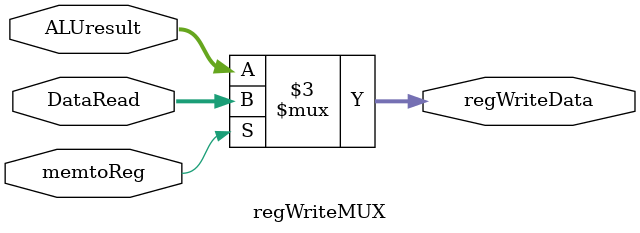
<source format=v>
`timescale 1ns / 1ps


module regWriteMUX(
    input memtoReg,
    input [31:0] ALUresult,  // ×¢ÒâÕâÀïµÄ¶Ë¿ÚÃû
    input [31:0] DataRead,
    output reg [31:0] regWriteData
);
    always @* begin
        if(memtoReg) begin
            regWriteData=DataRead;
        end else begin
            regWriteData=ALUresult;
        end
    end
endmodule

</source>
